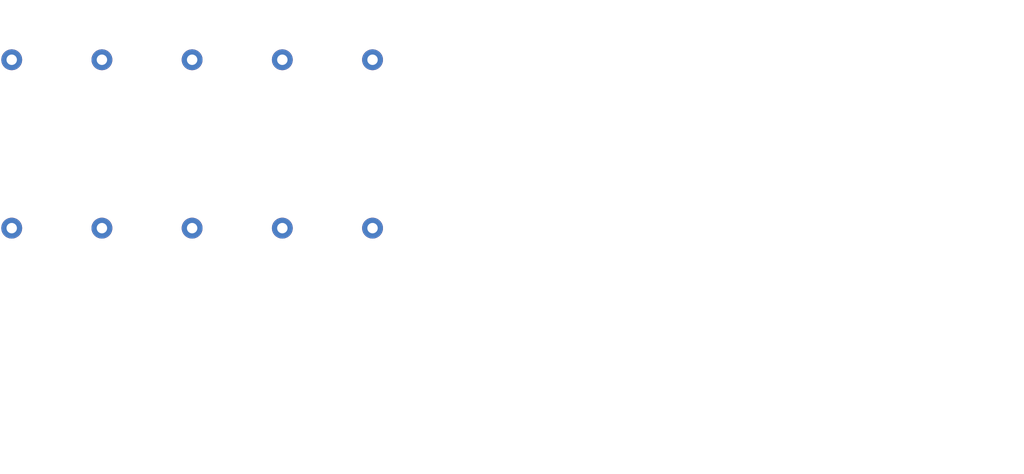
<source format=kicad_pcb>
(kicad_pcb (version 20171130) (host pcbnew "(5.1.9)-1")

  (general
    (thickness 1.6)
    (drawings 100)
    (tracks 0)
    (zones 0)
    (modules 10)
    (nets 10)
  )

  (page A4)
  (layers
    (0 F.Cu signal)
    (31 B.Cu signal)
    (32 B.Adhes user)
    (33 F.Adhes user)
    (34 B.Paste user)
    (35 F.Paste user)
    (36 B.SilkS user)
    (37 F.SilkS user)
    (38 B.Mask user)
    (39 F.Mask user)
    (40 Dwgs.User user)
    (41 Cmts.User user)
    (42 Eco1.User user)
    (43 Eco2.User user)
    (44 Edge.Cuts user)
    (45 Margin user)
    (46 B.CrtYd user)
    (47 F.CrtYd user)
    (48 B.Fab user)
    (49 F.Fab user)
  )

  (setup
    (last_trace_width 0.25)
    (user_trace_width 0.33)
    (user_trace_width 0.5)
    (user_trace_width 1)
    (trace_clearance 0.2)
    (zone_clearance 0.508)
    (zone_45_only no)
    (trace_min 0.2)
    (via_size 0.8)
    (via_drill 0.4)
    (via_min_size 0.4)
    (via_min_drill 0.3)
    (uvia_size 0.3)
    (uvia_drill 0.1)
    (uvias_allowed no)
    (uvia_min_size 0.2)
    (uvia_min_drill 0.1)
    (edge_width 0.05)
    (segment_width 0.2)
    (pcb_text_width 0.3)
    (pcb_text_size 1.5 1.5)
    (mod_edge_width 0.12)
    (mod_text_size 1 1)
    (mod_text_width 0.15)
    (pad_size 3.9878 3.9878)
    (pad_drill 3.9878)
    (pad_to_mask_clearance 0)
    (aux_axis_origin 0 0)
    (visible_elements 7FFFFFFF)
    (pcbplotparams
      (layerselection 0x010fc_ffffffff)
      (usegerberextensions false)
      (usegerberattributes true)
      (usegerberadvancedattributes true)
      (creategerberjobfile true)
      (excludeedgelayer true)
      (linewidth 0.100000)
      (plotframeref false)
      (viasonmask false)
      (mode 1)
      (useauxorigin false)
      (hpglpennumber 1)
      (hpglpenspeed 20)
      (hpglpendiameter 15.000000)
      (psnegative false)
      (psa4output false)
      (plotreference true)
      (plotvalue true)
      (plotinvisibletext false)
      (padsonsilk false)
      (subtractmaskfromsilk false)
      (outputformat 1)
      (mirror false)
      (drillshape 0)
      (scaleselection 1)
      (outputdirectory "Gerber/"))
  )

  (net 0 "")
  (net 1 GND)
  (net 2 SW8)
  (net 3 SW1)
  (net 4 SW7)
  (net 5 SW2)
  (net 6 SW6)
  (net 7 SW3)
  (net 8 SW5)
  (net 9 SW4)

  (net_class Default "This is the default net class."
    (clearance 0.2)
    (trace_width 0.25)
    (via_dia 0.8)
    (via_drill 0.4)
    (uvia_dia 0.3)
    (uvia_drill 0.1)
    (add_net GND)
    (add_net SW1)
    (add_net SW2)
    (add_net SW3)
    (add_net SW4)
    (add_net SW5)
    (add_net SW6)
    (add_net SW7)
    (add_net SW8)
  )

  (module MountingHole:MountingHole_2.2mm_M2_Pad_TopBottom locked (layer F.Cu) (tedit 56D1B4CB) (tstamp 6033B70D)
    (at 41.275 78.105)
    (descr "Mounting Hole 2.2mm, M2")
    (tags "mounting hole 2.2mm m2")
    (path /60382ED3)
    (attr virtual)
    (fp_text reference H10 (at 0 -3.2) (layer F.SilkS) hide
      (effects (font (size 1 1) (thickness 0.15)))
    )
    (fp_text value MountingHole_Pad (at 0 3.2) (layer F.Fab) hide
      (effects (font (size 1 1) (thickness 0.15)))
    )
    (fp_circle (center 0 0) (end 2.45 0) (layer F.CrtYd) (width 0.05))
    (fp_circle (center 0 0) (end 2.2 0) (layer Cmts.User) (width 0.15))
    (fp_text user %R (at 0.3 0) (layer F.Fab)
      (effects (font (size 1 1) (thickness 0.15)))
    )
    (pad 1 connect circle (at 0 0) (size 4.4 4.4) (layers B.Cu B.Mask)
      (net 1 GND))
    (pad 1 connect circle (at 0 0) (size 4.4 4.4) (layers F.Cu F.Mask)
      (net 1 GND))
    (pad 1 thru_hole circle (at 0 0) (size 2.6 2.6) (drill 2.2) (layers *.Cu *.Mask)
      (net 1 GND))
  )

  (module MountingHole:MountingHole_2.2mm_M2_Pad_TopBottom locked (layer F.Cu) (tedit 56D1B4CB) (tstamp 6033B703)
    (at 117.475 42.545)
    (descr "Mounting Hole 2.2mm, M2")
    (tags "mounting hole 2.2mm m2")
    (path /60382462)
    (attr virtual)
    (fp_text reference H9 (at 0 -3.2) (layer F.SilkS) hide
      (effects (font (size 1 1) (thickness 0.15)))
    )
    (fp_text value MountingHole_Pad (at 0 3.2) (layer F.Fab) hide
      (effects (font (size 1 1) (thickness 0.15)))
    )
    (fp_circle (center 0 0) (end 2.45 0) (layer F.CrtYd) (width 0.05))
    (fp_circle (center 0 0) (end 2.2 0) (layer Cmts.User) (width 0.15))
    (fp_text user %R (at 0.3 0) (layer F.Fab)
      (effects (font (size 1 1) (thickness 0.15)))
    )
    (pad 1 connect circle (at 0 0) (size 4.4 4.4) (layers B.Cu B.Mask)
      (net 1 GND))
    (pad 1 connect circle (at 0 0) (size 4.4 4.4) (layers F.Cu F.Mask)
      (net 1 GND))
    (pad 1 thru_hole circle (at 0 0) (size 2.6 2.6) (drill 2.2) (layers *.Cu *.Mask)
      (net 1 GND))
  )

  (module MountingHole:MountingHole_2.2mm_M2_Pad_TopBottom locked (layer F.Cu) (tedit 56D1B4CB) (tstamp 6033B6F9)
    (at 60.325 78.105)
    (descr "Mounting Hole 2.2mm, M2")
    (tags "mounting hole 2.2mm m2")
    (path /60382D74)
    (attr virtual)
    (fp_text reference H8 (at 0 -3.2) (layer F.SilkS) hide
      (effects (font (size 1 1) (thickness 0.15)))
    )
    (fp_text value MountingHole_Pad (at 0 3.2) (layer F.Fab) hide
      (effects (font (size 1 1) (thickness 0.15)))
    )
    (fp_circle (center 0 0) (end 2.45 0) (layer F.CrtYd) (width 0.05))
    (fp_circle (center 0 0) (end 2.2 0) (layer Cmts.User) (width 0.15))
    (fp_text user %R (at 0.3 0) (layer F.Fab)
      (effects (font (size 1 1) (thickness 0.15)))
    )
    (pad 1 connect circle (at 0 0) (size 4.4 4.4) (layers B.Cu B.Mask)
      (net 2 SW8))
    (pad 1 connect circle (at 0 0) (size 4.4 4.4) (layers F.Cu F.Mask)
      (net 2 SW8))
    (pad 1 thru_hole circle (at 0 0) (size 2.6 2.6) (drill 2.2) (layers *.Cu *.Mask)
      (net 2 SW8))
  )

  (module MountingHole:MountingHole_2.2mm_M2_Pad_TopBottom locked (layer F.Cu) (tedit 56D1B4CB) (tstamp 6033B6EF)
    (at 79.375 78.105)
    (descr "Mounting Hole 2.2mm, M2")
    (tags "mounting hole 2.2mm m2")
    (path /6038228C)
    (attr virtual)
    (fp_text reference H7 (at 0 -3.2) (layer F.SilkS) hide
      (effects (font (size 1 1) (thickness 0.15)))
    )
    (fp_text value MountingHole_Pad (at 0 3.2) (layer F.Fab) hide
      (effects (font (size 1 1) (thickness 0.15)))
    )
    (fp_circle (center 0 0) (end 2.45 0) (layer F.CrtYd) (width 0.05))
    (fp_circle (center 0 0) (end 2.2 0) (layer Cmts.User) (width 0.15))
    (fp_text user %R (at 0.3 0) (layer F.Fab)
      (effects (font (size 1 1) (thickness 0.15)))
    )
    (pad 1 connect circle (at 0 0) (size 4.4 4.4) (layers B.Cu B.Mask)
      (net 4 SW7))
    (pad 1 connect circle (at 0 0) (size 4.4 4.4) (layers F.Cu F.Mask)
      (net 4 SW7))
    (pad 1 thru_hole circle (at 0 0) (size 2.6 2.6) (drill 2.2) (layers *.Cu *.Mask)
      (net 4 SW7))
  )

  (module MountingHole:MountingHole_2.2mm_M2_Pad_TopBottom locked (layer F.Cu) (tedit 56D1B4CB) (tstamp 6033B6E5)
    (at 98.425 78.105)
    (descr "Mounting Hole 2.2mm, M2")
    (tags "mounting hole 2.2mm m2")
    (path /60382BF5)
    (attr virtual)
    (fp_text reference H6 (at 0 -3.2) (layer F.SilkS) hide
      (effects (font (size 1 1) (thickness 0.15)))
    )
    (fp_text value MountingHole_Pad (at 0 3.2) (layer F.Fab) hide
      (effects (font (size 1 1) (thickness 0.15)))
    )
    (fp_circle (center 0 0) (end 2.45 0) (layer F.CrtYd) (width 0.05))
    (fp_circle (center 0 0) (end 2.2 0) (layer Cmts.User) (width 0.15))
    (fp_text user %R (at 0.3 0) (layer F.Fab)
      (effects (font (size 1 1) (thickness 0.15)))
    )
    (pad 1 connect circle (at 0 0) (size 4.4 4.4) (layers B.Cu B.Mask)
      (net 6 SW6))
    (pad 1 connect circle (at 0 0) (size 4.4 4.4) (layers F.Cu F.Mask)
      (net 6 SW6))
    (pad 1 thru_hole circle (at 0 0) (size 2.6 2.6) (drill 2.2) (layers *.Cu *.Mask)
      (net 6 SW6))
  )

  (module MountingHole:MountingHole_2.2mm_M2_Pad_TopBottom locked (layer F.Cu) (tedit 56D1B4CB) (tstamp 6033B6DB)
    (at 117.475 78.105)
    (descr "Mounting Hole 2.2mm, M2")
    (tags "mounting hole 2.2mm m2")
    (path /603820D3)
    (attr virtual)
    (fp_text reference H5 (at 0 -3.2) (layer F.SilkS) hide
      (effects (font (size 1 1) (thickness 0.15)))
    )
    (fp_text value MountingHole_Pad (at 0 3.2) (layer F.Fab) hide
      (effects (font (size 1 1) (thickness 0.15)))
    )
    (fp_circle (center 0 0) (end 2.45 0) (layer F.CrtYd) (width 0.05))
    (fp_circle (center 0 0) (end 2.2 0) (layer Cmts.User) (width 0.15))
    (fp_text user %R (at 0.3 0) (layer F.Fab)
      (effects (font (size 1 1) (thickness 0.15)))
    )
    (pad 1 connect circle (at 0 0) (size 4.4 4.4) (layers B.Cu B.Mask)
      (net 8 SW5))
    (pad 1 connect circle (at 0 0) (size 4.4 4.4) (layers F.Cu F.Mask)
      (net 8 SW5))
    (pad 1 thru_hole circle (at 0 0) (size 2.6 2.6) (drill 2.2) (layers *.Cu *.Mask)
      (net 8 SW5))
  )

  (module MountingHole:MountingHole_2.2mm_M2_Pad_TopBottom locked (layer F.Cu) (tedit 56D1B4CB) (tstamp 6033B6D1)
    (at 98.425 42.545)
    (descr "Mounting Hole 2.2mm, M2")
    (tags "mounting hole 2.2mm m2")
    (path /60382931)
    (attr virtual)
    (fp_text reference H4 (at 0 -3.2) (layer F.SilkS) hide
      (effects (font (size 1 1) (thickness 0.15)))
    )
    (fp_text value MountingHole_Pad (at 0 3.2) (layer F.Fab) hide
      (effects (font (size 1 1) (thickness 0.15)))
    )
    (fp_circle (center 0 0) (end 2.45 0) (layer F.CrtYd) (width 0.05))
    (fp_circle (center 0 0) (end 2.2 0) (layer Cmts.User) (width 0.15))
    (fp_text user %R (at 0.3 0) (layer F.Fab)
      (effects (font (size 1 1) (thickness 0.15)))
    )
    (pad 1 connect circle (at 0 0) (size 4.4 4.4) (layers B.Cu B.Mask)
      (net 9 SW4))
    (pad 1 connect circle (at 0 0) (size 4.4 4.4) (layers F.Cu F.Mask)
      (net 9 SW4))
    (pad 1 thru_hole circle (at 0 0) (size 2.6 2.6) (drill 2.2) (layers *.Cu *.Mask)
      (net 9 SW4))
  )

  (module MountingHole:MountingHole_2.2mm_M2_Pad_TopBottom locked (layer F.Cu) (tedit 56D1B4CB) (tstamp 6033B6C7)
    (at 79.375 42.545)
    (descr "Mounting Hole 2.2mm, M2")
    (tags "mounting hole 2.2mm m2")
    (path /60381DAE)
    (attr virtual)
    (fp_text reference H3 (at 0 -3.2) (layer F.SilkS) hide
      (effects (font (size 1 1) (thickness 0.15)))
    )
    (fp_text value MountingHole_Pad (at 0 3.2) (layer F.Fab) hide
      (effects (font (size 1 1) (thickness 0.15)))
    )
    (fp_circle (center 0 0) (end 2.45 0) (layer F.CrtYd) (width 0.05))
    (fp_circle (center 0 0) (end 2.2 0) (layer Cmts.User) (width 0.15))
    (fp_text user %R (at 0.3 0) (layer F.Fab)
      (effects (font (size 1 1) (thickness 0.15)))
    )
    (pad 1 connect circle (at 0 0) (size 4.4 4.4) (layers B.Cu B.Mask)
      (net 7 SW3))
    (pad 1 connect circle (at 0 0) (size 4.4 4.4) (layers F.Cu F.Mask)
      (net 7 SW3))
    (pad 1 thru_hole circle (at 0 0) (size 2.6 2.6) (drill 2.2) (layers *.Cu *.Mask)
      (net 7 SW3))
  )

  (module MountingHole:MountingHole_2.2mm_M2_Pad_TopBottom locked (layer F.Cu) (tedit 56D1B4CB) (tstamp 6033B6BD)
    (at 60.325 42.545)
    (descr "Mounting Hole 2.2mm, M2")
    (tags "mounting hole 2.2mm m2")
    (path /603826B8)
    (attr virtual)
    (fp_text reference H2 (at 0 -3.2) (layer F.SilkS) hide
      (effects (font (size 1 1) (thickness 0.15)))
    )
    (fp_text value MountingHole_Pad (at 0 3.2) (layer F.Fab) hide
      (effects (font (size 1 1) (thickness 0.15)))
    )
    (fp_circle (center 0 0) (end 2.45 0) (layer F.CrtYd) (width 0.05))
    (fp_circle (center 0 0) (end 2.2 0) (layer Cmts.User) (width 0.15))
    (fp_text user %R (at 0.3 0) (layer F.Fab)
      (effects (font (size 1 1) (thickness 0.15)))
    )
    (pad 1 connect circle (at 0 0) (size 4.4 4.4) (layers B.Cu B.Mask)
      (net 5 SW2))
    (pad 1 connect circle (at 0 0) (size 4.4 4.4) (layers F.Cu F.Mask)
      (net 5 SW2))
    (pad 1 thru_hole circle (at 0 0) (size 2.6 2.6) (drill 2.2) (layers *.Cu *.Mask)
      (net 5 SW2))
  )

  (module MountingHole:MountingHole_2.2mm_M2_Pad_TopBottom locked (layer F.Cu) (tedit 56D1B4CB) (tstamp 6033B6B3)
    (at 41.275 42.545)
    (descr "Mounting Hole 2.2mm, M2")
    (tags "mounting hole 2.2mm m2")
    (path /603818C9)
    (attr virtual)
    (fp_text reference H1 (at 0 -3.2) (layer F.SilkS) hide
      (effects (font (size 1 1) (thickness 0.15)))
    )
    (fp_text value MountingHole_Pad (at 0 3.2) (layer F.Fab) hide
      (effects (font (size 1 1) (thickness 0.15)))
    )
    (fp_circle (center 0 0) (end 2.45 0) (layer F.CrtYd) (width 0.05))
    (fp_circle (center 0 0) (end 2.2 0) (layer Cmts.User) (width 0.15))
    (fp_text user %R (at 0.3 0) (layer F.Fab)
      (effects (font (size 1 1) (thickness 0.15)))
    )
    (pad 1 connect circle (at 0 0) (size 4.4 4.4) (layers B.Cu B.Mask)
      (net 3 SW1))
    (pad 1 connect circle (at 0 0) (size 4.4 4.4) (layers F.Cu F.Mask)
      (net 3 SW1))
    (pad 1 thru_hole circle (at 0 0) (size 2.6 2.6) (drill 2.2) (layers *.Cu *.Mask)
      (net 3 SW1))
  )

  (gr_arc (start 242.475 123.105) (end 242.475 129.455) (angle -90) (layer Eco2.User) (width 0.15) (tstamp 60596AC5))
  (gr_line (start 248.825 123.105) (end 248.825 87.545) (layer Eco2.User) (width 0.15) (tstamp 60596AC4))
  (gr_arc (start 166.275 87.545) (end 166.275 81.195) (angle -90) (layer Eco2.User) (width 0.15) (tstamp 60596AC3))
  (gr_arc (start 166.275 123.105) (end 159.925 123.105) (angle -90) (layer Eco2.User) (width 0.15) (tstamp 60596AC2))
  (gr_arc (start 242.475 87.545) (end 248.825 87.545) (angle -90) (layer Eco2.User) (width 0.15) (tstamp 60596AC1))
  (gr_line (start 242.475 81.195) (end 166.275 81.195) (layer Eco2.User) (width 0.15) (tstamp 60596AC0))
  (gr_line (start 166.275 129.455) (end 242.475 129.455) (layer Eco2.User) (width 0.15) (tstamp 60596ABF))
  (gr_circle (center 175.8 114.8) (end 178 114.8) (layer Eco2.User) (width 0.05) (tstamp 60596ABE))
  (gr_circle (center 218.9 92) (end 220.2 92) (layer Eco2.User) (width 0.15) (tstamp 60596ABD))
  (gr_circle (center 219.1 114.9) (end 220.4 114.9) (layer Eco2.User) (width 0.15) (tstamp 60596ABC))
  (gr_circle (center 175.8 89.9) (end 177.1 89.9) (layer Eco2.User) (width 0.15) (tstamp 60596ABB))
  (gr_circle (center 219.2 95.8) (end 220.5 95.8) (layer Eco2.User) (width 0.15) (tstamp 60596ABA))
  (gr_circle (center 175.8 109) (end 177.1 109) (layer Eco2.User) (width 0.15) (tstamp 60596AB9))
  (gr_circle (center 218.9 111.1) (end 220.2 111.1) (layer Eco2.User) (width 0.15) (tstamp 60596AB8))
  (gr_circle (center 175.8 95.8) (end 178 95.8) (layer Eco2.User) (width 0.05) (tstamp 60596AB7))
  (gr_line (start 216.44 90.085) (end 216.44 120.565) (layer Eco2.User) (width 0.15) (tstamp 60596AB6))
  (gr_line (start 178.34 89.45) (end 215.805 89.45) (layer Eco2.User) (width 0.15) (tstamp 60596AB5))
  (gr_arc (start 163.1 123.105) (end 163.1 119.93) (angle -90) (layer Eco2.User) (width 0.15) (tstamp 60596AB4))
  (gr_line (start 221.52 91.99) (end 221.52 118.66) (layer Eco2.User) (width 0.15) (tstamp 60596AB3))
  (gr_circle (center 204.375 87.545) (end 206.171051 87.545) (layer Eco2.User) (width 0.15) (tstamp 60596AB2))
  (gr_arc (start 163.1 87.545) (end 159.925 87.545) (angle -90) (layer Eco2.User) (width 0.15) (tstamp 60596AB1))
  (gr_line (start 224.06 89.45) (end 241.205 89.45) (layer Eco2.User) (width 0.15) (tstamp 60596AB0))
  (gr_line (start 243.745 91.99) (end 243.745 118.66) (layer Eco2.User) (width 0.15) (tstamp 60596AAF))
  (gr_line (start 163.1 119.93) (end 170.99 119.93) (layer Eco2.User) (width 0.15) (tstamp 60596AAE))
  (gr_arc (start 241.205 118.66) (end 241.205 121.2) (angle -90) (layer Eco2.User) (width 0.15) (tstamp 60596AAD))
  (gr_arc (start 241.205 91.99) (end 243.745 91.99) (angle -90) (layer Eco2.User) (width 0.15) (tstamp 60596AAC))
  (gr_arc (start 224.06 118.66) (end 221.52 118.66) (angle -90) (layer Eco2.User) (width 0.15) (tstamp 60596AAB))
  (gr_line (start 241.205 121.2) (end 224.06 121.2) (layer Eco2.User) (width 0.15) (tstamp 60596AAA))
  (gr_arc (start 224.06 91.99) (end 224.06 89.45) (angle -90) (layer Eco2.User) (width 0.15) (tstamp 60596AA9))
  (gr_line (start 215.805 121.2) (end 178.34 121.2) (layer Eco2.User) (width 0.15) (tstamp 60596AA8))
  (gr_arc (start 215.805 120.565) (end 215.805 121.2) (angle -90) (layer Eco2.User) (width 0.15) (tstamp 60596AA7))
  (gr_circle (center 185.306949 123.105) (end 187.103 123.105) (layer Eco2.User) (width 0.15) (tstamp 60596AA6))
  (gr_arc (start 215.805 90.085) (end 216.44 90.085) (angle -90) (layer Eco2.User) (width 0.15) (tstamp 60596AA5))
  (gr_arc (start 170.99 118.66) (end 170.99 119.93) (angle -90) (layer Eco2.User) (width 0.15) (tstamp 60596AA4))
  (gr_line (start 172.26 118.66) (end 172.26 91.99) (layer Eco2.User) (width 0.15) (tstamp 60596AA3))
  (gr_circle (center 204.375 123.105) (end 206.171051 123.105) (layer Eco2.User) (width 0.15) (tstamp 60596AA2))
  (gr_circle (center 223.425 123.086949) (end 225.221051 123.086949) (layer Eco2.User) (width 0.15) (tstamp 60596AA1))
  (gr_arc (start 170.99 91.99) (end 172.26 91.99) (angle -90) (layer Eco2.User) (width 0.15) (tstamp 60596AA0))
  (gr_line (start 163.1 90.72) (end 170.99 90.72) (layer Eco2.User) (width 0.15) (tstamp 60596A9F))
  (gr_arc (start 178.34 90.085) (end 178.34 89.45) (angle -90) (layer Eco2.User) (width 0.15) (tstamp 60596A9E))
  (gr_circle (center 166.275 87.545) (end 168.071051 87.545) (layer Eco2.User) (width 0.15) (tstamp 60596A9D))
  (gr_arc (start 178.34 120.565) (end 177.705 120.565) (angle -90) (layer Eco2.User) (width 0.15) (tstamp 60596A9C))
  (gr_line (start 177.705 120.565) (end 177.705 90.085) (layer Eco2.User) (width 0.15) (tstamp 60596A9B))
  (gr_circle (center 242.475 87.545) (end 244.271051 87.545) (layer Eco2.User) (width 0.15) (tstamp 60596A9A))
  (gr_circle (center 166.256949 123.105) (end 168.053 123.105) (layer Eco2.User) (width 0.15) (tstamp 60596A99))
  (gr_circle (center 223.425 87.545) (end 225.221051 87.545) (layer Eco2.User) (width 0.15) (tstamp 60596A98))
  (gr_circle (center 185.306949 87.545) (end 187.103 87.545) (layer Eco2.User) (width 0.15) (tstamp 60596A97))
  (gr_circle (center 242.475 123.105) (end 244.271051 123.105) (layer Eco2.User) (width 0.15) (tstamp 60596A96))
  (gr_line (start 255 130) (end 255 30) (layer Eco2.User) (width 0.15))
  (gr_line (start 155 130) (end 255 130) (layer Eco2.User) (width 0.15))
  (gr_line (start 155 30) (end 155 130) (layer Eco2.User) (width 0.15))
  (gr_line (start 155 30) (end 255 30) (layer Eco2.User) (width 0.15))
  (gr_circle (center 175.8 39.9) (end 177.1 39.9) (layer Eco2.User) (width 0.15) (tstamp 605921A7))
  (gr_circle (center 175.8 59) (end 177.1 59) (layer Eco2.User) (width 0.15) (tstamp 60592180))
  (gr_circle (center 219.1 64.9) (end 220.4 64.9) (layer Eco2.User) (width 0.15) (tstamp 60592116))
  (gr_circle (center 218.9 61.1) (end 220.2 61.1) (layer Eco2.User) (width 0.15) (tstamp 60592113))
  (gr_circle (center 218.9 42) (end 220.2 42) (layer Eco2.User) (width 0.15) (tstamp 605920D8))
  (gr_circle (center 219.2 45.8) (end 220.5 45.8) (layer Eco2.User) (width 0.15))
  (gr_circle (center 175.8 64.8) (end 178 64.8) (layer Eco2.User) (width 0.05) (tstamp 60591F9A))
  (gr_circle (center 175.8 45.8) (end 178 45.8) (layer Eco2.User) (width 0.05))
  (gr_circle (center 242.475 73.105) (end 244.271051 73.105) (layer Eco2.User) (width 0.15) (tstamp 6034AB47))
  (gr_circle (center 223.425 73.086949) (end 225.221051 73.086949) (layer Eco2.User) (width 0.15) (tstamp 6034AB05))
  (gr_circle (center 204.375 73.105) (end 206.171051 73.105) (layer Eco2.User) (width 0.15) (tstamp 6034AB03))
  (gr_circle (center 185.306949 73.105) (end 187.103 73.105) (layer Eco2.User) (width 0.15) (tstamp 6034AB01))
  (gr_circle (center 166.256949 73.105) (end 168.053 73.105) (layer Eco2.User) (width 0.15) (tstamp 6034AAFF))
  (gr_circle (center 166.275 37.545) (end 168.071051 37.545) (layer Eco2.User) (width 0.15) (tstamp 6034AAFD))
  (gr_circle (center 185.306949 37.545) (end 187.103 37.545) (layer Eco2.User) (width 0.15) (tstamp 6034AAFB))
  (gr_circle (center 242.475 37.545) (end 244.271051 37.545) (layer Eco2.User) (width 0.15) (tstamp 6034AAF9))
  (gr_circle (center 223.425 37.545) (end 225.221051 37.545) (layer Eco2.User) (width 0.15) (tstamp 6034AAF7))
  (gr_line (start 177.705 70.565) (end 177.705 40.085) (layer Eco2.User) (width 0.15) (tstamp 6059222D))
  (gr_arc (start 178.34 70.565) (end 177.705 70.565) (angle -90) (layer Eco2.User) (width 0.15))
  (gr_arc (start 178.34 40.085) (end 178.34 39.45) (angle -90) (layer Eco2.User) (width 0.15))
  (gr_arc (start 215.805 40.085) (end 216.44 40.085) (angle -90) (layer Eco2.User) (width 0.15))
  (gr_arc (start 215.805 70.565) (end 215.805 71.2) (angle -90) (layer Eco2.User) (width 0.15))
  (gr_line (start 163.1 40.72) (end 170.99 40.72) (layer Eco2.User) (width 0.15) (tstamp 603410B2))
  (gr_arc (start 170.99 41.99) (end 172.26 41.99) (angle -90) (layer Eco2.User) (width 0.15))
  (gr_line (start 172.26 68.66) (end 172.26 41.99) (layer Eco2.User) (width 0.15))
  (gr_arc (start 170.99 68.66) (end 170.99 69.93) (angle -90) (layer Eco2.User) (width 0.15))
  (gr_line (start 215.805 71.2) (end 178.34 71.2) (layer Eco2.User) (width 0.15) (tstamp 60341096))
  (gr_arc (start 224.06 68.66) (end 221.52 68.66) (angle -90) (layer Eco2.User) (width 0.15))
  (gr_arc (start 241.205 68.66) (end 241.205 71.2) (angle -90) (layer Eco2.User) (width 0.15))
  (gr_arc (start 241.205 41.99) (end 243.745 41.99) (angle -90) (layer Eco2.User) (width 0.15))
  (gr_arc (start 224.06 41.99) (end 224.06 39.45) (angle -90) (layer Eco2.User) (width 0.15))
  (gr_line (start 221.52 41.99) (end 221.52 68.66) (layer Eco2.User) (width 0.15) (tstamp 6034107C))
  (gr_line (start 241.205 71.2) (end 224.06 71.2) (layer Eco2.User) (width 0.15) (tstamp 60341060))
  (gr_line (start 163.1 69.93) (end 170.99 69.93) (layer Eco2.User) (width 0.15))
  (gr_line (start 243.745 41.99) (end 243.745 68.66) (layer Eco2.User) (width 0.15))
  (gr_line (start 224.06 39.45) (end 241.205 39.45) (layer Eco2.User) (width 0.15))
  (gr_line (start 178.34 39.45) (end 215.805 39.45) (layer Eco2.User) (width 0.15))
  (gr_arc (start 163.1 73.105) (end 163.1 69.93) (angle -90) (layer Eco2.User) (width 0.15))
  (gr_arc (start 163.1 37.545) (end 159.925 37.545) (angle -90) (layer Eco2.User) (width 0.15))
  (gr_line (start 216.44 40.085) (end 216.44 70.565) (layer Eco2.User) (width 0.15))
  (gr_circle (center 204.375 37.545) (end 206.171051 37.545) (layer Eco2.User) (width 0.15))
  (gr_line (start 166.275 79.455) (end 242.475 79.455) (layer Eco2.User) (width 0.15) (tstamp 603302F2))
  (gr_line (start 242.475 31.195) (end 166.275 31.195) (layer Eco2.User) (width 0.15) (tstamp 603302F0))
  (gr_line (start 248.825 73.105) (end 248.825 37.545) (layer Eco2.User) (width 0.15) (tstamp 603302EF))
  (gr_arc (start 242.475 73.105) (end 242.475 79.455) (angle -90) (layer Eco2.User) (width 0.15))
  (gr_arc (start 166.275 73.105) (end 159.925 73.105) (angle -90) (layer Eco2.User) (width 0.15))
  (gr_arc (start 166.275 37.545) (end 166.275 31.195) (angle -90) (layer Eco2.User) (width 0.15))
  (gr_arc (start 242.475 37.545) (end 248.825 37.545) (angle -90) (layer Eco2.User) (width 0.15) (tstamp 6033908C))

)

</source>
